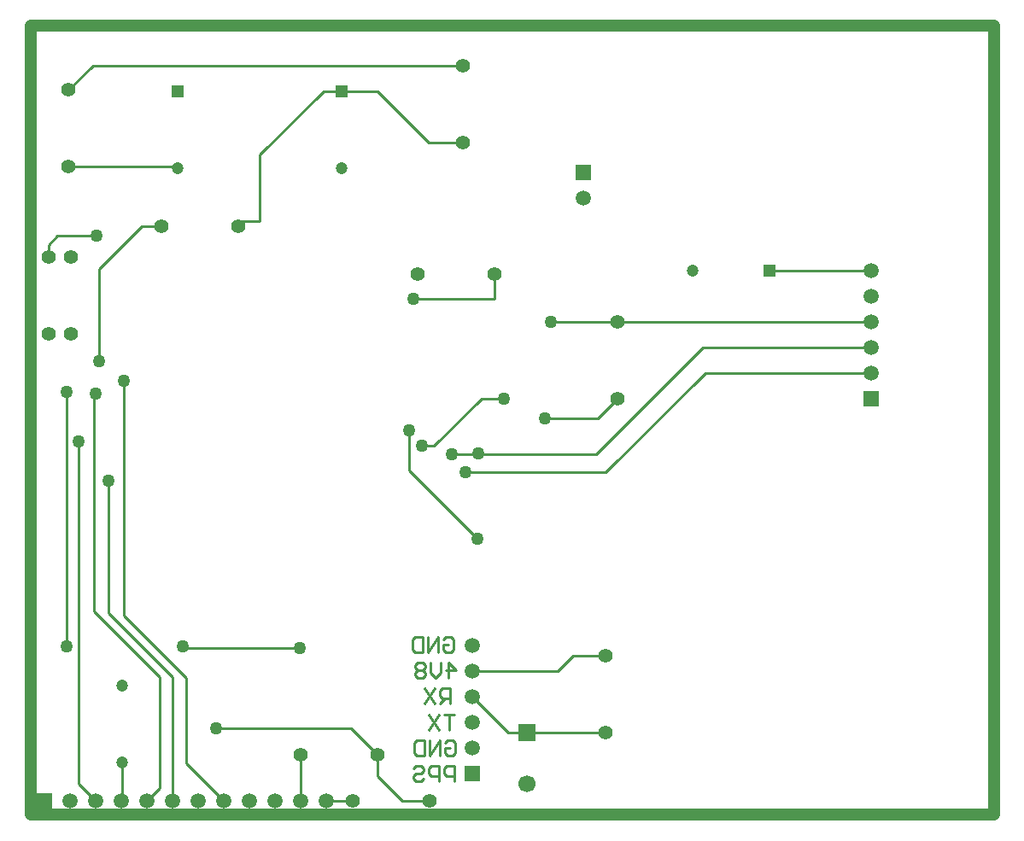
<source format=gbl>
G04 Layer_Physical_Order=2*
G04 Layer_Color=16711680*
%FSLAX25Y25*%
%MOIN*%
G70*
G01*
G75*
%ADD14C,0.01000*%
%ADD15C,0.04724*%
%ADD16R,0.06693X0.06693*%
%ADD17C,0.06693*%
%ADD18R,0.04724X0.04724*%
%ADD19C,0.04724*%
%ADD20C,0.05512*%
%ADD21R,0.05906X0.05906*%
%ADD22C,0.05906*%
%ADD23R,0.05906X0.05906*%
%ADD24R,0.04724X0.04724*%
%ADD25C,0.05000*%
D14*
X152800Y144000D02*
X157500D01*
X220800Y140900D02*
X262500Y182600D01*
X328100D01*
X229200Y192400D02*
X327900D01*
X203000D02*
X229200D01*
X200900Y154700D02*
X221500D01*
X229200Y162400D01*
X288500Y212500D02*
X328000D01*
X193700Y32100D02*
X224200D01*
X211800Y62000D02*
X224300D01*
X205900Y56100D02*
X211800Y62000D01*
X172600Y56100D02*
X205900D01*
X186600Y32100D02*
X193700D01*
X172600Y46100D02*
X186600Y32100D01*
X147900Y134400D02*
X174600Y107700D01*
X147900Y134400D02*
Y150300D01*
X149500Y201600D02*
X181200D01*
Y211000D01*
X10400Y226000D02*
X25900D01*
X7000Y222600D02*
X10400Y226000D01*
X7000Y217700D02*
Y222600D01*
X24300Y292500D02*
X168700D01*
X14800Y283000D02*
X24300Y292500D01*
X14800Y253000D02*
X57000D01*
X155400Y262500D02*
X168700D01*
X135300Y282600D02*
X155400Y262500D01*
X121400Y282600D02*
X135300D01*
X89400Y257700D02*
X114300Y282600D01*
X121400D01*
X72600Y33900D02*
X125100D01*
X135400Y23600D01*
X24800Y79500D02*
X50400Y53900D01*
Y10400D02*
Y53900D01*
X45500Y5500D02*
X50400Y10400D01*
X36600Y77700D02*
X60900Y53400D01*
Y20100D02*
Y53400D01*
Y20100D02*
X75500Y5500D01*
X60100Y65100D02*
X105000D01*
X59500Y65700D02*
X60100Y65100D01*
X105500Y5500D02*
Y23500D01*
X14100Y65700D02*
Y164700D01*
X18700Y12200D02*
Y145800D01*
Y12200D02*
X19500Y11400D01*
X24800Y79500D02*
Y164100D01*
X30300Y78900D02*
X55500Y53700D01*
Y5500D02*
Y53700D01*
X36600Y77700D02*
Y169600D01*
X30300Y78900D02*
Y130400D01*
X24800Y164100D02*
X25300Y164600D01*
X19600Y11400D02*
X25500Y5500D01*
X26800Y177100D02*
Y213100D01*
X35700Y5700D02*
Y20600D01*
X115500Y5500D02*
X125700D01*
X169700Y133700D02*
X224500D01*
X176000Y162500D02*
X184700D01*
X157500Y144000D02*
X176000Y162500D01*
X164600Y140900D02*
X220800D01*
X224500Y133700D02*
X263400Y172600D01*
X328100D01*
X135400Y15200D02*
Y23600D01*
Y15200D02*
X145200Y5400D01*
X155800D01*
X89400Y231800D02*
Y257700D01*
X83100Y231800D02*
X89400D01*
X81000Y229700D02*
X83100Y231800D01*
X26800Y213100D02*
X43400Y229700D01*
X51000D01*
X165300Y13300D02*
Y19298D01*
X162301D01*
X161301Y18298D01*
Y16299D01*
X162301Y15299D01*
X165300D01*
X159302Y13300D02*
Y19298D01*
X156303D01*
X155303Y18298D01*
Y16299D01*
X156303Y15299D01*
X159302D01*
X149305Y18298D02*
X150305Y19298D01*
X152304D01*
X153304Y18298D01*
Y17299D01*
X152304Y16299D01*
X150305D01*
X149305Y15299D01*
Y14300D01*
X150305Y13300D01*
X152304D01*
X153304Y14300D01*
X161801Y27998D02*
X162801Y28998D01*
X164800D01*
X165800Y27998D01*
Y24000D01*
X164800Y23000D01*
X162801D01*
X161801Y24000D01*
Y25999D01*
X163801D01*
X159802Y23000D02*
Y28998D01*
X155803Y23000D01*
Y28998D01*
X153804D02*
Y23000D01*
X150805D01*
X149805Y24000D01*
Y27998D01*
X150805Y28998D01*
X153804D01*
X165500Y39198D02*
X161501D01*
X163501D01*
Y33200D01*
X159502Y39198D02*
X155503Y33200D01*
Y39198D02*
X159502Y33200D01*
X163800Y43400D02*
Y49398D01*
X160801D01*
X159801Y48398D01*
Y46399D01*
X160801Y45399D01*
X163800D01*
X161801D02*
X159801Y43400D01*
X157802Y49398D02*
X153803Y43400D01*
Y49398D02*
X157802Y43400D01*
X163201Y53600D02*
Y59598D01*
X166200Y56599D01*
X162201D01*
X160202Y59598D02*
Y55599D01*
X158203Y53600D01*
X156203Y55599D01*
Y59598D01*
X154204Y58598D02*
X153204Y59598D01*
X151205D01*
X150205Y58598D01*
Y57599D01*
X151205Y56599D01*
X150205Y55599D01*
Y54600D01*
X151205Y53600D01*
X153204D01*
X154204Y54600D01*
Y55599D01*
X153204Y56599D01*
X154204Y57599D01*
Y58598D01*
X153204Y56599D02*
X151205D01*
X161001Y68598D02*
X162001Y69598D01*
X164000D01*
X165000Y68598D01*
Y64600D01*
X164000Y63600D01*
X162001D01*
X161001Y64600D01*
Y66599D01*
X163001D01*
X159002Y63600D02*
Y69598D01*
X155003Y63600D01*
Y69598D01*
X153004D02*
Y63600D01*
X150005D01*
X149005Y64600D01*
Y68598D01*
X150005Y69598D01*
X153004D01*
D15*
X0Y0D02*
Y308000D01*
X376000D01*
Y304500D02*
Y308000D01*
Y0D02*
Y304500D01*
X0Y0D02*
X376000D01*
D16*
X193700Y32100D02*
D03*
D17*
Y12100D02*
D03*
D18*
X121400Y282600D02*
D03*
X57500Y282500D02*
D03*
D19*
X121400Y252600D02*
D03*
X57500Y252500D02*
D03*
X35700Y20600D02*
D03*
Y50600D02*
D03*
X258500Y212500D02*
D03*
D20*
X15800Y217700D02*
D03*
Y187700D02*
D03*
X7000Y217700D02*
D03*
Y187700D02*
D03*
X135400Y23600D02*
D03*
X105400D02*
D03*
X155800Y5400D02*
D03*
X125800D02*
D03*
X151200Y211000D02*
D03*
X181200D02*
D03*
X229200Y192400D02*
D03*
Y162400D02*
D03*
X224300Y32000D02*
D03*
Y62000D02*
D03*
X168700Y292500D02*
D03*
Y262500D02*
D03*
X14800Y253000D02*
D03*
Y283000D02*
D03*
X51000Y229700D02*
D03*
X81000D02*
D03*
D21*
X328100Y162600D02*
D03*
X172600Y16100D02*
D03*
X215800Y250700D02*
D03*
D22*
X328100Y172600D02*
D03*
Y182600D02*
D03*
Y192600D02*
D03*
Y202600D02*
D03*
Y212600D02*
D03*
X172600Y26100D02*
D03*
Y36100D02*
D03*
Y46100D02*
D03*
Y56100D02*
D03*
Y66100D02*
D03*
X115500Y5500D02*
D03*
X105500D02*
D03*
X95500D02*
D03*
X85500D02*
D03*
X75500D02*
D03*
X65500D02*
D03*
X55500D02*
D03*
X45500D02*
D03*
X35500D02*
D03*
X25500D02*
D03*
X15500D02*
D03*
X215800Y240700D02*
D03*
D23*
X5500Y5500D02*
D03*
D24*
X288500Y212500D02*
D03*
D25*
X164600Y140900D02*
D03*
X152800Y144000D02*
D03*
X203000Y192400D02*
D03*
X200900Y154700D02*
D03*
X174600Y107700D02*
D03*
X147900Y150300D02*
D03*
X149500Y201600D02*
D03*
X25900Y226000D02*
D03*
X72600Y33900D02*
D03*
X105000Y65100D02*
D03*
X14100Y165000D02*
D03*
X18700Y145800D02*
D03*
X14100Y65700D02*
D03*
X59500D02*
D03*
X36600Y169600D02*
D03*
X30300Y130400D02*
D03*
X25300Y164600D02*
D03*
X26800Y177100D02*
D03*
X169700Y133700D02*
D03*
X184700Y162500D02*
D03*
X174900Y141000D02*
D03*
M02*

</source>
